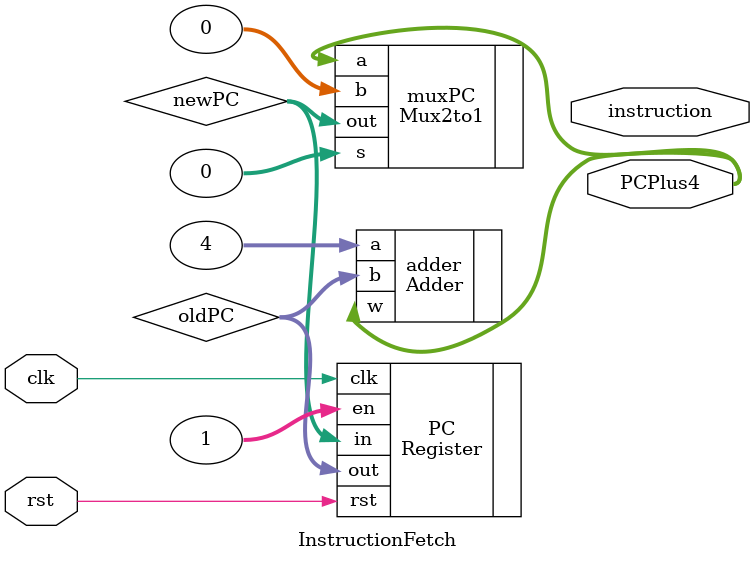
<source format=v>
module InstructionFetch(PCPlus4, instruction, clk, rst);
    parameter N = 32;
    input clk, rst;

    output[N - 1:0] PCPlus4, instruction;
    
    wire[N - 1:0] oldPC, newPC;

    Adder adder(
        .a(32'd4), .b(oldPC), .w(PCPlus4)
    );

    Mux2to1 muxPC(
        .a(PCPlus4), .b(0), .s(0), .out(newPC)
    ); //FIXME

    Register PC(
        .in(newPC), .clk(clk), .en(1), .rst(rst), .out(oldPC)
    ); //FIXME freeze, check rstoldPC
endmodule
</source>
